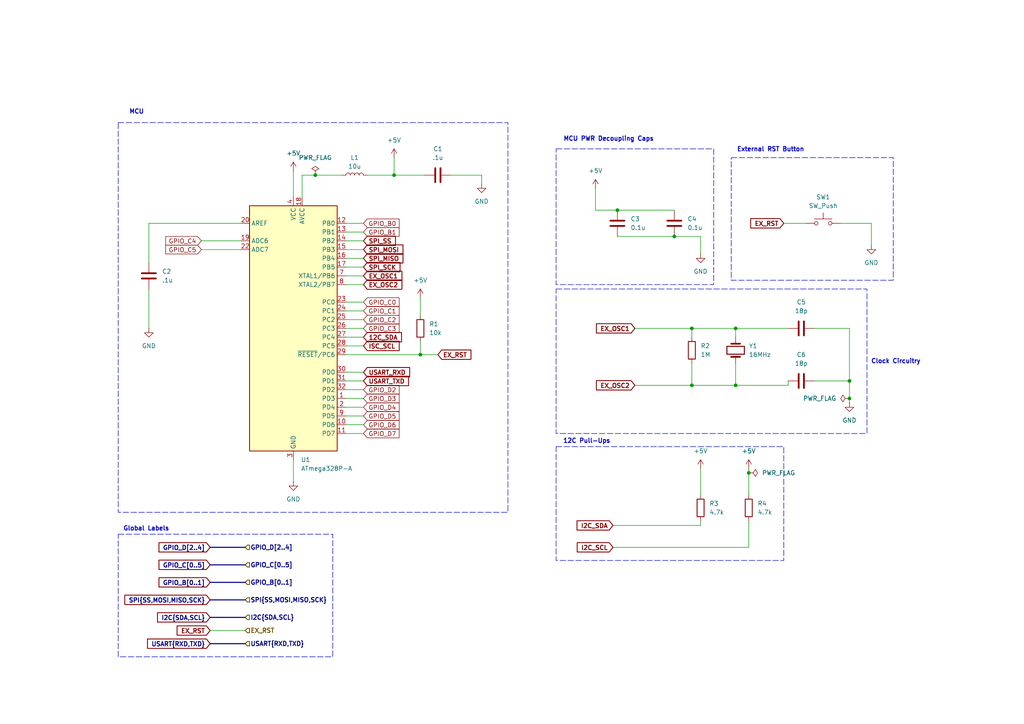
<source format=kicad_sch>
(kicad_sch (version 20231120) (generator "eeschema") (generator_version "8.0")
  (paper "A4")
  (lib_symbols
    (symbol "Device:C" (pin_numbers hide) (pin_names (offset 0.254))
      (property "Reference" "C" (at 0.635 2.54 0))
      (property "Value" "C" (at 0.635 -2.54 0))
      (symbol "C_0_1"
        (polyline (pts (xy -2.032 -0.762) (xy 2.032 -0.762)) (stroke (width 0.508)))
        (polyline (pts (xy -2.032 0.762) (xy 2.032 0.762)) (stroke (width 0.508)))
      )
      (symbol "C_1_1"
        (pin passive line (at 0 3.81 270) (length 2.794) (name "~") (number "1"))
        (pin passive line (at 0 -3.81 90) (length 2.794) (name "~") (number "2"))
      )
    )
    (symbol "Device:Crystal" (pin_numbers hide) (pin_names (offset 1.016) hide)
      (property "Reference" "Y" (at 0 3.81 0))
      (property "Value" "Crystal" (at 0 -3.81 0))
      (symbol "Crystal_0_1"
        (rectangle (start -1.143 2.54) (end 1.143 -2.54) (stroke (width 0.3048)))
        (polyline (pts (xy -2.54 0) (xy -1.905 0)))
        (polyline (pts (xy -1.905 -1.27) (xy -1.905 1.27)) (stroke (width 0.508)))
        (polyline (pts (xy 1.905 -1.27) (xy 1.905 1.27)) (stroke (width 0.508)))
        (polyline (pts (xy 2.54 0) (xy 1.905 0)))
      )
      (symbol "Crystal_1_1"
        (pin passive line (at -3.81 0 0) (length 1.27) (name "1") (number "1"))
        (pin passive line (at 3.81 0 180) (length 1.27) (name "2") (number "2"))
      )
    )
    (symbol "Device:L" (pin_numbers hide) (pin_names (offset 1.016) hide)
      (property "Reference" "L" (at -1.27 0 90))
      (property "Value" "L" (at 1.905 0 90))
      (symbol "L_0_1"
        (arc (start 0 -2.54) (mid 0.6323 -1.905) (end 0 -1.27))
        (arc (start 0 -1.27) (mid 0.6323 -0.635) (end 0 0))
        (arc (start 0 0) (mid 0.6323 0.635) (end 0 1.27))
        (arc (start 0 1.27) (mid 0.6323 1.905) (end 0 2.54))
      )
      (symbol "L_1_1"
        (pin passive line (at 0 3.81 270) (length 1.27) (name "1") (number "1"))
        (pin passive line (at 0 -3.81 90) (length 1.27) (name "2") (number "2"))
      )
    )
    (symbol "Device:R" (pin_numbers hide) (pin_names (offset 0))
      (property "Reference" "R" (at 2.032 0 90))
      (property "Value" "R" (at 0 0 90))
      (symbol "R_0_1"
        (rectangle (start -1.016 -2.54) (end 1.016 2.54) (stroke (width 0.254)))
      )
      (symbol "R_1_1"
        (pin passive line (at 0 3.81 270) (length 1.27) (name "~") (number "1"))
        (pin passive line (at 0 -3.81 90) (length 1.27) (name "~") (number "2"))
      )
    )
    (symbol "MCU_Microchip_ATmega:ATmega328P-A"
      (property "Reference" "U" (at -12.7 36.83 0))
      (property "Value" "ATmega328P-A" (at 2.54 -36.83 0))
      (symbol "ATmega328P-A_0_1"
        (rectangle (start -12.7 -35.56) (end 12.7 35.56) (stroke (width 0.254)) (fill (type background)))
      )
      (symbol "ATmega328P-A_1_1"
        (pin bidirectional line (at 15.24 -20.32 180) (length 2.54) (name "PD3") (number "1"))
        (pin bidirectional line (at 15.24 -27.94 180) (length 2.54) (name "PD6") (number "10"))
        (pin bidirectional line (at 15.24 -30.48 180) (length 2.54) (name "PD7") (number "11"))
        (pin bidirectional line (at 15.24 30.48 180) (length 2.54) (name "PB0") (number "12"))
        (pin bidirectional line (at 15.24 27.94 180) (length 2.54) (name "PB1") (number "13"))
        (pin bidirectional line (at 15.24 25.4 180) (length 2.54) (name "PB2") (number "14"))
        (pin bidirectional line (at 15.24 22.86 180) (length 2.54) (name "PB3") (number "15"))
        (pin bidirectional line (at 15.24 20.32 180) (length 2.54) (name "PB4") (number "16"))
        (pin bidirectional line (at 15.24 17.78 180) (length 2.54) (name "PB5") (number "17"))
        (pin power_in line (at 2.54 38.1 270) (length 2.54) (name "AVCC") (number "18"))
        (pin input line (at -15.24 25.4 0) (length 2.54) (name "ADC6") (number "19"))
        (pin bidirectional line (at 15.24 -22.86 180) (length 2.54) (name "PD4") (number "2"))
        (pin passive line (at -15.24 30.48 0) (length 2.54) (name "AREF") (number "20"))
        (pin passive line (at 0 -38.1 90) (length 2.54) hide (name "GND") (number "21"))
        (pin input line (at -15.24 22.86 0) (length 2.54) (name "ADC7") (number "22"))
        (pin bidirectional line (at 15.24 7.62 180) (length 2.54) (name "PC0") (number "23"))
        (pin bidirectional line (at 15.24 5.08 180) (length 2.54) (name "PC1") (number "24"))
        (pin bidirectional line (at 15.24 2.54 180) (length 2.54) (name "PC2") (number "25"))
        (pin bidirectional line (at 15.24 0 180) (length 2.54) (name "PC3") (number "26"))
        (pin bidirectional line (at 15.24 -2.54 180) (length 2.54) (name "PC4") (number "27"))
        (pin bidirectional line (at 15.24 -5.08 180) (length 2.54) (name "PC5") (number "28"))
        (pin bidirectional line (at 15.24 -7.62 180) (length 2.54) (name "~{RESET}/PC6") (number "29"))
        (pin power_in line (at 0 -38.1 90) (length 2.54) (name "GND") (number "3"))
        (pin bidirectional line (at 15.24 -12.7 180) (length 2.54) (name "PD0") (number "30"))
        (pin bidirectional line (at 15.24 -15.24 180) (length 2.54) (name "PD1") (number "31"))
        (pin bidirectional line (at 15.24 -17.78 180) (length 2.54) (name "PD2") (number "32"))
        (pin power_in line (at 0 38.1 270) (length 2.54) (name "VCC") (number "4"))
        (pin passive line (at 0 -38.1 90) (length 2.54) hide (name "GND") (number "5"))
        (pin passive line (at 0 38.1 270) (length 2.54) hide (name "VCC") (number "6"))
        (pin bidirectional line (at 15.24 15.24 180) (length 2.54) (name "XTAL1/PB6") (number "7"))
        (pin bidirectional line (at 15.24 12.7 180) (length 2.54) (name "XTAL2/PB7") (number "8"))
        (pin bidirectional line (at 15.24 -25.4 180) (length 2.54) (name "PD5") (number "9"))
      )
    )
    (symbol "Switch:SW_Push" (pin_numbers hide) (pin_names (offset 1.016) hide)
      (property "Reference" "SW" (at 1.27 2.54 0))
      (property "Value" "SW_Push" (at 0 -1.524 0))
      (symbol "SW_Push_0_1"
        (circle (center -2.032 0) (radius 0.508))
        (polyline (pts (xy 0 1.27) (xy 0 3.048)))
        (polyline (pts (xy 2.54 1.27) (xy -2.54 1.27)))
        (circle (center 2.032 0) (radius 0.508))
        (pin passive line (at -5.08 0 0) (length 2.54) (name "1") (number "1"))
        (pin passive line (at 5.08 0 180) (length 2.54) (name "2") (number "2"))
      )
    )
    (symbol "power:+5V" (power) (pin_numbers hide) (pin_names (offset 0) hide)
      (property "Value" "+5V" (at 0 3.556 0))
      (symbol "+5V_0_1"
        (polyline (pts (xy -0.762 1.27) (xy 0 2.54)))
        (polyline (pts (xy 0 0) (xy 0 2.54)))
        (polyline (pts (xy 0 2.54) (xy 0.762 1.27)))
      )
      (symbol "+5V_1_1"
        (pin power_in line (at 0 0 90) (length 0) (name "~") (number "1"))
      )
    )
    (symbol "power:GND" (power) (pin_numbers hide) (pin_names (offset 0) hide)
      (property "Value" "GND" (at 0 -3.81 0))
      (symbol "GND_0_1"
        (polyline (pts (xy 0 0) (xy 0 -1.27) (xy 1.27 -1.27) (xy 0 -2.54) (xy -1.27 -1.27) (xy 0 -1.27)))
      )
      (symbol "GND_1_1"
        (pin power_in line (at 0 0 270) (length 0) (name "~") (number "1"))
      )
    )
    (symbol "power:PWR_FLAG" (power) (pin_numbers hide) (pin_names (offset 0) hide)
      (property "Value" "PWR_FLAG" (at 0 3.81 0))
      (symbol "PWR_FLAG_0_0"
        (pin power_out line (at 0 0 90) (length 0) (name "~") (number "1"))
      )
      (symbol "PWR_FLAG_0_1"
        (polyline (pts (xy 0 0) (xy 0 1.27) (xy -1.016 1.905) (xy 0 2.54) (xy 1.016 1.905) (xy 0 1.27)))
      )
    )
  )
  (junction (at 213.36 111.76))
  (junction (at 179.07 60.96))
  (junction (at 91.44 50.8))
  (junction (at 213.36 95.25))
  (junction (at 200.66 95.25))
  (junction (at 114.3 50.8))
  (junction (at 246.38 110.49))
  (junction (at 200.66 111.76))
  (junction (at 195.58 68.58))
  (junction (at 121.92 102.87))
  (junction (at 246.38 115.57))
  (junction (at 217.17 137.16))
  (wire (pts (xy 100.33 90.17) (xy 105.41 90.17)))
  (wire (pts (xy 100.33 110.49) (xy 105.41 110.49)))
  (wire (pts (xy 43.18 83.82) (xy 43.18 95.25)))
  (wire (pts (xy 85.09 49.53) (xy 85.09 57.15)))
  (wire (pts (xy 200.66 111.76) (xy 213.36 111.76)))
  (wire (pts (xy 195.58 68.58) (xy 203.2 68.58)))
  (wire (pts (xy 217.17 135.89) (xy 217.17 137.16)))
  (wire (pts (xy 100.33 125.73) (xy 105.41 125.73)))
  (wire (pts (xy 106.68 50.8) (xy 114.3 50.8)))
  (wire (pts (xy 100.33 97.79) (xy 105.41 97.79)))
  (wire (pts (xy 246.38 115.57) (xy 246.38 116.84)))
  (wire (pts (xy 130.81 50.8) (xy 139.7 50.8)))
  (wire (pts (xy 184.15 111.76) (xy 200.66 111.76)))
  (wire (pts (xy 58.42 69.85) (xy 69.85 69.85)))
  (wire (pts (xy 114.3 50.8) (xy 123.19 50.8)))
  (wire (pts (xy 69.85 64.77) (xy 43.18 64.77)))
  (wire (pts (xy 121.92 99.06) (xy 121.92 102.87)))
  (wire (pts (xy 100.33 74.93) (xy 105.41 74.93)))
  (wire (pts (xy 179.07 68.58) (xy 195.58 68.58)))
  (bus (pts (xy 60.96 158.75) (xy 71.12 158.75)))
  (bus (pts (xy 60.96 173.99) (xy 71.12 173.99)))
  (wire (pts (xy 228.6 111.76) (xy 228.6 110.49)))
  (bus (pts (xy 60.96 179.07) (xy 71.12 179.07)))
  (wire (pts (xy 100.33 100.33) (xy 105.41 100.33)))
  (wire (pts (xy 100.33 120.65) (xy 105.41 120.65)))
  (wire (pts (xy 105.41 64.77) (xy 100.33 64.77)))
  (wire (pts (xy 100.33 67.31) (xy 105.41 67.31)))
  (wire (pts (xy 100.33 80.01) (xy 105.41 80.01)))
  (wire (pts (xy 213.36 105.41) (xy 213.36 111.76)))
  (wire (pts (xy 100.33 69.85) (xy 105.41 69.85)))
  (wire (pts (xy 87.63 57.15) (xy 87.63 50.8)))
  (wire (pts (xy 246.38 95.25) (xy 246.38 110.49)))
  (wire (pts (xy 60.96 182.88) (xy 71.12 182.88)))
  (wire (pts (xy 203.2 152.4) (xy 203.2 151.13)))
  (wire (pts (xy 100.33 95.25) (xy 105.41 95.25)))
  (wire (pts (xy 85.09 133.35) (xy 85.09 139.7)))
  (wire (pts (xy 100.33 123.19) (xy 105.41 123.19)))
  (wire (pts (xy 252.73 64.77) (xy 252.73 71.12)))
  (bus (pts (xy 60.96 168.91) (xy 71.12 168.91)))
  (wire (pts (xy 203.2 68.58) (xy 203.2 73.66)))
  (wire (pts (xy 121.92 86.36) (xy 121.92 91.44)))
  (wire (pts (xy 172.72 54.61) (xy 172.72 60.96)))
  (wire (pts (xy 243.84 64.77) (xy 252.73 64.77)))
  (wire (pts (xy 100.33 82.55) (xy 105.41 82.55)))
  (wire (pts (xy 213.36 111.76) (xy 228.6 111.76)))
  (wire (pts (xy 236.22 95.25) (xy 246.38 95.25)))
  (wire (pts (xy 100.33 102.87) (xy 121.92 102.87)))
  (wire (pts (xy 121.92 102.87) (xy 127 102.87)))
  (wire (pts (xy 100.33 115.57) (xy 105.41 115.57)))
  (wire (pts (xy 177.8 152.4) (xy 203.2 152.4)))
  (wire (pts (xy 100.33 92.71) (xy 105.41 92.71)))
  (wire (pts (xy 100.33 77.47) (xy 105.41 77.47)))
  (wire (pts (xy 184.15 95.25) (xy 200.66 95.25)))
  (wire (pts (xy 200.66 95.25) (xy 213.36 95.25)))
  (wire (pts (xy 236.22 110.49) (xy 246.38 110.49)))
  (wire (pts (xy 213.36 95.25) (xy 213.36 97.79)))
  (wire (pts (xy 179.07 60.96) (xy 172.72 60.96)))
  (wire (pts (xy 227.33 64.77) (xy 233.68 64.77)))
  (wire (pts (xy 87.63 50.8) (xy 91.44 50.8)))
  (wire (pts (xy 213.36 95.25) (xy 228.6 95.25)))
  (wire (pts (xy 200.66 105.41) (xy 200.66 111.76)))
  (wire (pts (xy 217.17 137.16) (xy 217.17 143.51)))
  (wire (pts (xy 43.18 64.77) (xy 43.18 76.2)))
  (wire (pts (xy 91.44 50.8) (xy 99.06 50.8)))
  (wire (pts (xy 100.33 107.95) (xy 105.41 107.95)))
  (wire (pts (xy 100.33 72.39) (xy 105.41 72.39)))
  (wire (pts (xy 114.3 45.72) (xy 114.3 50.8)))
  (wire (pts (xy 246.38 110.49) (xy 246.38 115.57)))
  (wire (pts (xy 177.8 158.75) (xy 217.17 158.75)))
  (wire (pts (xy 200.66 95.25) (xy 200.66 97.79)))
  (wire (pts (xy 217.17 158.75) (xy 217.17 151.13)))
  (wire (pts (xy 139.7 50.8) (xy 139.7 53.34)))
  (wire (pts (xy 100.33 113.03) (xy 105.41 113.03)))
  (bus (pts (xy 60.96 163.83) (xy 71.12 163.83)))
  (bus (pts (xy 60.96 186.69) (xy 71.12 186.69)))
  (wire (pts (xy 203.2 135.89) (xy 203.2 143.51)))
  (wire (pts (xy 100.33 118.11) (xy 105.41 118.11)))
  (wire (pts (xy 179.07 60.96) (xy 195.58 60.96)))
  (wire (pts (xy 58.42 72.39) (xy 69.85 72.39)))
  (wire (pts (xy 100.33 87.63) (xy 105.41 87.63)))
  (rectangle (start 161.29 129.54) (end 227.33 162.56) (stroke (width 0) (type dash)))
  (rectangle (start 34.29 154.94) (end 96.52 190.5) (stroke (width 0) (type dash)))
  (rectangle (start 34.29 35.56) (end 147.32 148.59) (stroke (width 0) (type dash)))
  (rectangle (start 212.09 45.72) (end 259.08 81.28) (stroke (width 0) (type dash)))
  (rectangle (start 161.29 43.18) (end 207.01 82.55) (stroke (width 0) (type dash)))
  (rectangle (start 34.29 36.83) (end 34.29 36.83))
  (rectangle (start 161.29 83.82) (end 251.46 125.73) (stroke (width 0) (type dash)))
  (rectangle (start 251.46 115.57) (end 251.46 115.57))
  (text "External RST Button" (at 223.52 43.434 0) (effects (font (size 1.27 1.27) (thickness 0.254) (bold yes))))
  (text "MCU" (at 39.624 32.512 0) (effects (font (size 1.27 1.27) (thickness 0.254) (bold yes))))
  (text "Global Labels\n" (at 42.418 153.416 0) (effects (font (size 1.27 1.27) (bold yes))))
  (text "12C Pull-Ups" (at 170.18 128.016 0) (effects (font (size 1.27 1.27) (bold yes))))
  (text "MCU PWR Decoupling Caps\n" (at 176.53 40.386 0) (effects (font (size 1.27 1.27) (thickness 0.254) (bold yes))))
  (text "Clock Circuitry" (at 259.842 104.902 0) (effects (font (size 1.27 1.27) (bold yes))))
  (global_label "GPIO_B1" (shape input) (at 105.41 67.31 0) (property "Intersheetrefs" "${INTERSHEET_REFS}" (effects (hide yes))))
  (global_label "GPIO_B0" (shape input) (at 105.41 64.77 0) (property "Intersheetrefs" "${INTERSHEET_REFS}" (effects (hide yes))))
  (global_label "EX_OSC1" (shape input) (at 184.15 95.25 180) (effects (font (bold yes))) (property "Intersheetrefs" "${INTERSHEET_REFS}" (effects (hide yes))))
  (global_label "EX_RST" (shape input) (at 227.33 64.77 180) (effects (font (thickness 0.254) (bold yes))) (property "Intersheetrefs" "${INTERSHEET_REFS}" (effects (hide yes))))
  (global_label "GPIO_D4" (shape input) (at 105.41 118.11 0) (property "Intersheetrefs" "${INTERSHEET_REFS}" (effects (hide yes))))
  (global_label "SPI{SS,MOSI,MISO,SCK}" (shape input) (at 60.96 173.99 180) (effects (font (bold yes))) (property "Intersheetrefs" "${INTERSHEET_REFS}" (effects (hide yes))))
  (global_label "GPIO_D6" (shape input) (at 105.41 123.19 0) (property "Intersheetrefs" "${INTERSHEET_REFS}" (effects (hide yes))))
  (global_label "GPIO_D[2..4]" (shape input) (at 60.96 158.75 180) (effects (font (bold yes))) (property "Intersheetrefs" "${INTERSHEET_REFS}" (effects (hide yes))))
  (global_label "12C_SDA" (shape input) (at 105.41 97.79 0) (effects (font (thickness 0.254) (bold yes))) (property "Intersheetrefs" "${INTERSHEET_REFS}" (effects (hide yes))))
  (global_label "GPIO_C2" (shape input) (at 105.41 92.71 0) (property "Intersheetrefs" "${INTERSHEET_REFS}" (effects (hide yes))))
  (global_label "I2C{SDA,SCL}" (shape input) (at 60.96 179.07 180) (effects (font (bold yes))) (property "Intersheetrefs" "${INTERSHEET_REFS}" (effects (hide yes))))
  (global_label "GPIO_C5" (shape input) (at 58.42 72.39 180) (property "Intersheetrefs" "${INTERSHEET_REFS}" (effects (hide yes))))
  (global_label "EX_OSC2" (shape input) (at 184.15 111.76 180) (effects (font (bold yes))) (property "Intersheetrefs" "${INTERSHEET_REFS}" (effects (hide yes))))
  (global_label "GPIO_C[0..5]" (shape input) (at 60.96 163.83 180) (effects (font (bold yes))) (property "Intersheetrefs" "${INTERSHEET_REFS}" (effects (hide yes))))
  (global_label "EX_OSC1" (shape input) (at 105.41 80.01 0) (effects (font (bold yes))) (property "Intersheetrefs" "${INTERSHEET_REFS}" (effects (hide yes))))
  (global_label "USART{RXD,TXD}" (shape input) (at 60.96 186.69 180) (effects (font (bold yes))) (property "Intersheetrefs" "${INTERSHEET_REFS}" (effects (hide yes))))
  (global_label "GPIO_C3" (shape input) (at 105.41 95.25 0) (property "Intersheetrefs" "${INTERSHEET_REFS}" (effects (hide yes))))
  (global_label "USART_TXD" (shape input) (at 105.41 110.49 0) (effects (font (bold yes))) (property "Intersheetrefs" "${INTERSHEET_REFS}" (effects (hide yes))))
  (global_label "GPIO_D3" (shape input) (at 105.41 115.57 0) (property "Intersheetrefs" "${INTERSHEET_REFS}" (effects (hide yes))))
  (global_label "SPI_MISO" (shape input) (at 105.41 74.93 0) (effects (font (bold yes))) (property "Intersheetrefs" "${INTERSHEET_REFS}" (effects (hide yes))))
  (global_label "EX_RST" (shape input) (at 60.96 182.88 180) (effects (font (bold yes))) (property "Intersheetrefs" "${INTERSHEET_REFS}" (effects (hide yes))))
  (global_label "SPI_SCK" (shape input) (at 105.41 77.47 0) (effects (font (bold yes))) (property "Intersheetrefs" "${INTERSHEET_REFS}" (effects (hide yes))))
  (global_label "ISC_SCL" (shape input) (at 105.41 100.33 0) (effects (font (bold yes))) (property "Intersheetrefs" "${INTERSHEET_REFS}" (effects (hide yes))))
  (global_label "SPI_SS" (shape input) (at 105.41 69.85 0) (effects (font (bold yes))) (property "Intersheetrefs" "${INTERSHEET_REFS}" (effects (hide yes))))
  (global_label "I2C_SDA" (shape input) (at 177.8 152.4 180) (effects (font (bold yes))) (property "Intersheetrefs" "${INTERSHEET_REFS}" (effects (hide yes))))
  (global_label "GPIO_C4" (shape input) (at 58.42 69.85 180) (property "Intersheetrefs" "${INTERSHEET_REFS}" (effects (hide yes))))
  (global_label "GPIO_D7" (shape input) (at 105.41 125.73 0) (property "Intersheetrefs" "${INTERSHEET_REFS}" (effects (hide yes))))
  (global_label "SPI_MOSI" (shape input) (at 105.41 72.39 0) (effects (font (bold yes))) (property "Intersheetrefs" "${INTERSHEET_REFS}" (effects (hide yes))))
  (global_label "USART_RXD" (shape input) (at 105.41 107.95 0) (effects (font (bold yes))) (property "Intersheetrefs" "${INTERSHEET_REFS}" (effects (hide yes))))
  (global_label "GPIO_D2" (shape input) (at 105.41 113.03 0) (property "Intersheetrefs" "${INTERSHEET_REFS}" (effects (hide yes))))
  (global_label "I2C_SCL" (shape input) (at 177.8 158.75 180) (effects (font (bold yes))) (property "Intersheetrefs" "${INTERSHEET_REFS}" (effects (hide yes))))
  (global_label "GPIO_C0" (shape input) (at 105.41 87.63 0) (property "Intersheetrefs" "${INTERSHEET_REFS}" (effects (hide yes))))
  (global_label "EX_RST" (shape input) (at 127 102.87 0) (effects (font (bold yes))) (property "Intersheetrefs" "${INTERSHEET_REFS}" (effects (hide yes))))
  (global_label "EX_OSC2" (shape input) (at 105.41 82.55 0) (effects (font (bold yes))) (property "Intersheetrefs" "${INTERSHEET_REFS}" (effects (hide yes))))
  (global_label "GPIO_C1" (shape input) (at 105.41 90.17 0) (property "Intersheetrefs" "${INTERSHEET_REFS}" (effects (hide yes))))
  (global_label "GPIO_D5" (shape input) (at 105.41 120.65 0) (property "Intersheetrefs" "${INTERSHEET_REFS}" (effects (hide yes))))
  (global_label "GPIO_B[0..1]" (shape input) (at 60.96 168.91 180) (effects (font (bold yes))) (property "Intersheetrefs" "${INTERSHEET_REFS}" (effects (hide yes))))
  (hierarchical_label "GPIO_B[0..1]" (shape input) (at 71.12 168.91 0) (effects (font (bold yes))))
  (hierarchical_label "GPIO_D[2..4]" (shape input) (at 71.12 158.75 0) (effects (font (bold yes))))
  (hierarchical_label "I2C{SDA,SCL}" (shape input) (at 71.12 179.07 0) (effects (font (bold yes))))
  (hierarchical_label "GPIO_C[0..5]" (shape input) (at 71.12 163.83 0) (effects (font (bold yes))))
  (hierarchical_label "EX_RST" (shape input) (at 71.12 182.88 0) (effects (font (bold yes))))
  (hierarchical_label "SPI{SS,MOSI,MISO,SCK}" (shape input) (at 71.12 173.99 0) (effects (font (bold yes))))
  (hierarchical_label "USART{RXD,TXD}" (shape input) (at 71.12 186.69 0) (effects (font (bold yes))))
  (symbol (lib_id "power:GND") (at 246.38 116.84 0) (unit 1)
    (property "Reference" "#PWR010" (effects (hide yes)))
    (property "Value" "GND" (at 246.38 121.92 0))
    (property "Description" "Power symbol creates a global label with name \"GND\" , ground" (effects (hide yes)))
  )
  (symbol (lib_id "Device:C") (at 232.41 95.25 90) (unit 1)
    (property "Reference" "C5" (at 232.41 87.63 90))
    (property "Value" "18p" (at 232.41 90.17 90))
    (property "Footprint" "Capacitor_SMD:C_0402_1005Metric" (effects (hide yes)))
    (property "Description" "Unpolarized capacitor" (effects (hide yes)))
  )
  (symbol (lib_id "power:GND") (at 252.73 71.12 0) (unit 1)
    (property "Reference" "#PWR09" (effects (hide yes)))
    (property "Value" "GND" (at 252.73 76.2 0))
    (property "Description" "Power symbol creates a global label with name \"GND\" , ground" (effects (hide yes)))
  )
  (symbol (lib_id "power:PWR_FLAG") (at 217.17 137.16 270) (unit 1)
    (property "Reference" "#FLG02" (effects (hide yes)))
    (property "Value" "PWR_FLAG" (at 220.98 137.1599 90) (effects (justify left)))
    (property "Description" "Special symbol for telling ERC where power comes from" (effects (hide yes)))
  )
  (symbol (lib_id "power:GND") (at 43.18 95.25 0) (unit 1)
    (property "Reference" "#PWR06" (effects (hide yes)))
    (property "Value" "GND" (at 43.18 100.33 0))
    (property "Description" "Power symbol creates a global label with name \"GND\" , ground" (effects (hide yes)))
  )
  (symbol (lib_id "power:GND") (at 139.7 53.34 0) (unit 1)
    (property "Reference" "#PWR05" (effects (hide yes)))
    (property "Value" "GND" (at 139.7 58.42 0))
    (property "Description" "Power symbol creates a global label with name \"GND\" , ground" (effects (hide yes)))
  )
  (symbol (lib_id "Device:C") (at 127 50.8 90) (unit 1)
    (property "Reference" "C1" (at 127 43.18 90))
    (property "Value" ".1u" (at 127 45.72 90))
    (property "Footprint" "Capacitor_SMD:C_0402_1005Metric" (effects (hide yes)))
    (property "Description" "Unpolarized capacitor" (effects (hide yes)))
  )
  (symbol (lib_id "Device:L") (at 102.87 50.8 90) (unit 1)
    (property "Reference" "L1" (at 102.87 45.72 90))
    (property "Value" "10u" (at 102.87 48.26 90))
    (property "Footprint" "Inductor_SMD:L_0603_1608Metric" (effects (hide yes)))
    (property "Description" "Inductor" (effects (hide yes)))
  )
  (symbol (lib_id "power:+5V") (at 217.17 135.89 0) (unit 1)
    (property "Reference" "#PWR012" (effects (hide yes)))
    (property "Value" "+5V" (at 217.17 130.81 0))
    (property "Description" "Power symbol creates a global label with name \"+5V\"" (effects (hide yes)))
  )
  (symbol (lib_id "power:+5V") (at 114.3 45.72 0) (unit 1)
    (property "Reference" "#PWR04" (effects (hide yes)))
    (property "Value" "+5V" (at 114.3 40.64 0))
    (property "Description" "Power symbol creates a global label with name \"+5V\"" (effects (hide yes)))
  )
  (symbol (lib_id "power:+5V") (at 121.92 86.36 0) (unit 1)
    (property "Reference" "#PWR02" (effects (hide yes)))
    (property "Value" "+5V" (at 121.92 81.28 0))
    (property "Description" "Power symbol creates a global label with name \"+5V\"" (effects (hide yes)))
  )
  (symbol (lib_id "power:+5V") (at 172.72 54.61 0) (unit 1)
    (property "Reference" "#PWR08" (effects (hide yes)))
    (property "Value" "+5V" (at 172.72 49.53 0))
    (property "Description" "Power symbol creates a global label with name \"+5V\"" (effects (hide yes)))
  )
  (symbol (lib_id "Device:C") (at 43.18 80.01 0) (unit 1)
    (property "Reference" "C2" (at 46.99 78.7399 0) (effects (justify left)))
    (property "Value" ".1u" (at 46.99 81.2799 0) (effects (justify left)))
    (property "Footprint" "Capacitor_SMD:C_0402_1005Metric" (effects (hide yes)))
    (property "Description" "Unpolarized capacitor" (effects (hide yes)))
  )
  (symbol (lib_id "power:GND") (at 203.2 73.66 0) (unit 1)
    (property "Reference" "#PWR07" (effects (hide yes)))
    (property "Value" "GND" (at 203.2 78.74 0))
    (property "Description" "Power symbol creates a global label with name \"GND\" , ground" (effects (hide yes)))
  )
  (symbol (lib_id "Device:C") (at 232.41 110.49 90) (unit 1)
    (property "Reference" "C6" (at 232.41 102.87 90))
    (property "Value" "18p" (at 232.41 105.41 90))
    (property "Footprint" "Capacitor_SMD:C_0402_1005Metric" (effects (hide yes)))
    (property "Description" "Unpolarized capacitor" (effects (hide yes)))
  )
  (symbol (lib_id "power:+5V") (at 85.09 49.53 0) (unit 1)
    (property "Reference" "#PWR03" (effects (hide yes)))
    (property "Value" "+5V" (at 85.09 44.45 0))
    (property "Description" "Power symbol creates a global label with name \"+5V\"" (effects (hide yes)))
  )
  (symbol (lib_id "Device:R") (at 203.2 147.32 0) (unit 1)
    (property "Reference" "R3" (at 205.74 146.0499 0) (effects (justify left)))
    (property "Value" "4.7k" (at 205.74 148.5899 0) (effects (justify left)))
    (property "Footprint" "Resistor_SMD:R_0402_1005Metric" (effects (hide yes)))
    (property "Description" "Resistor" (effects (hide yes)))
  )
  (symbol (lib_id "power:+5V") (at 203.2 135.89 0) (unit 1)
    (property "Reference" "#PWR011" (effects (hide yes)))
    (property "Value" "+5V" (at 203.2 130.81 0))
    (property "Description" "Power symbol creates a global label with name \"+5V\"" (effects (hide yes)))
  )
  (symbol (lib_id "Device:Crystal") (at 213.36 101.6 90) (unit 1)
    (property "Reference" "Y1" (at 217.17 100.3299 90) (effects (justify right)))
    (property "Value" "16MHz" (at 217.17 102.8699 90) (effects (justify right)))
    (property "Footprint" "Connector_PinHeader_2.54mm:PinHeader_1x16_P2.54mm_Vertical" (effects (hide yes)))
    (property "Description" "Two pin crystal" (effects (hide yes)))
  )
  (symbol (lib_id "Switch:SW_Push") (at 238.76 64.77 0) (unit 1)
    (property "Reference" "SW1" (at 238.76 57.15 0))
    (property "Value" "SW_Push" (at 238.76 59.69 0))
    (property "Footprint" "Button_Switch_SMD:SW_Push_SPST_NO_Alps_SKRK" (effects (hide yes)))
    (property "Description" "Push button switch, generic, two pins" (effects (hide yes)))
  )
  (symbol (lib_id "Device:R") (at 217.17 147.32 0) (unit 1)
    (property "Reference" "R4" (at 219.71 146.0499 0) (effects (justify left)))
    (property "Value" "4.7k" (at 219.71 148.5899 0) (effects (justify left)))
    (property "Footprint" "Resistor_SMD:R_0402_1005Metric" (effects (hide yes)))
    (property "Description" "Resistor" (effects (hide yes)))
  )
  (symbol (lib_id "MCU_Microchip_ATmega:ATmega328P-A") (at 85.09 95.25 0) (unit 1)
    (property "Reference" "U1" (at 87.2841 133.35 0) (effects (justify left)))
    (property "Value" "ATmega328P-A" (at 87.2841 135.89 0) (effects (justify left)))
    (property "Footprint" "Package_QFP:TQFP-32_7x7mm_P0.8mm" (effects (hide yes)))
    (property "Datasheet" "http://ww1.microchip.com/downloads/en/DeviceDoc/ATmega328_P%20AVR%20MCU%20with%20picoPower%20Technology%20Data%20Sheet%2040001984A.pdf" (effects (hide yes)))
    (property "Description" "20MHz, 32kB Flash, 2kB SRAM, 1kB EEPROM, TQFP-32" (effects (hide yes)))
  )
  (symbol (lib_id "power:PWR_FLAG") (at 246.38 115.57 90) (unit 1)
    (property "Reference" "#FLG03" (effects (hide yes)))
    (property "Value" "PWR_FLAG" (at 242.57 115.5699 90) (effects (justify left)))
    (property "Description" "Special symbol for telling ERC where power comes from" (effects (hide yes)))
  )
  (symbol (lib_id "power:PWR_FLAG") (at 91.44 50.8 0) (unit 1)
    (property "Reference" "#FLG01" (effects (hide yes)))
    (property "Value" "PWR_FLAG" (at 91.44 45.72 0))
    (property "Description" "Special symbol for telling ERC where power comes from" (effects (hide yes)))
  )
  (symbol (lib_id "Device:C") (at 179.07 64.77 0) (unit 1)
    (property "Reference" "C3" (at 182.88 63.4999 0) (effects (justify left)))
    (property "Value" "0.1u" (at 182.88 66.0399 0) (effects (justify left)))
    (property "Footprint" "Capacitor_SMD:C_0402_1005Metric" (effects (hide yes)))
    (property "Description" "Unpolarized capacitor" (effects (hide yes)))
  )
  (symbol (lib_id "Device:C") (at 195.58 64.77 0) (unit 1)
    (property "Reference" "C4" (at 199.39 63.4999 0) (effects (justify left)))
    (property "Value" "0.1u" (at 199.39 66.0399 0) (effects (justify left)))
    (property "Footprint" "Capacitor_SMD:C_0402_1005Metric" (effects (hide yes)))
    (property "Description" "Unpolarized capacitor" (effects (hide yes)))
  )
  (symbol (lib_id "power:GND") (at 85.09 139.7 0) (unit 1)
    (property "Reference" "#PWR01" (effects (hide yes)))
    (property "Value" "GND" (at 85.09 144.78 0))
    (property "Description" "Power symbol creates a global label with name \"GND\" , ground" (effects (hide yes)))
  )
  (symbol (lib_id "Device:R") (at 121.92 95.25 0) (unit 1)
    (property "Reference" "R1" (at 124.46 93.9799 0) (effects (justify left)))
    (property "Value" "10k" (at 124.46 96.5199 0) (effects (justify left)))
    (property "Footprint" "Resistor_SMD:R_0402_1005Metric" (effects (hide yes)))
    (property "Description" "Resistor" (effects (hide yes)))
  )
  (symbol (lib_id "Device:R") (at 200.66 101.6 0) (unit 1)
    (property "Reference" "R2" (at 203.2 100.3299 0) (effects (justify left)))
    (property "Value" "1M" (at 203.2 102.8699 0) (effects (justify left)))
    (property "Footprint" "Resistor_SMD:R_0402_1005Metric" (effects (hide yes)))
    (property "Description" "Resistor" (effects (hide yes)))
  )
)
</source>
